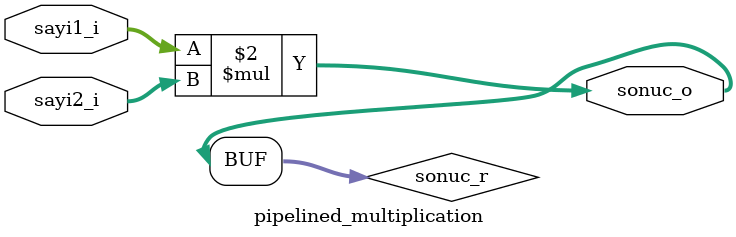
<source format=v>
`timescale 1ns / 1ps

module pipelined_multiplication(
    input  [15:0]sayi1_i,
    input  [15:0]sayi2_i,
    output [31:0]sonuc_o
    );
    
    reg [31:0] sonuc_r;
    
    always @* begin
        sonuc_r = sayi1_i * sayi2_i;
    end
    
    
    assign sonuc_o = sonuc_r;
endmodule

</source>
